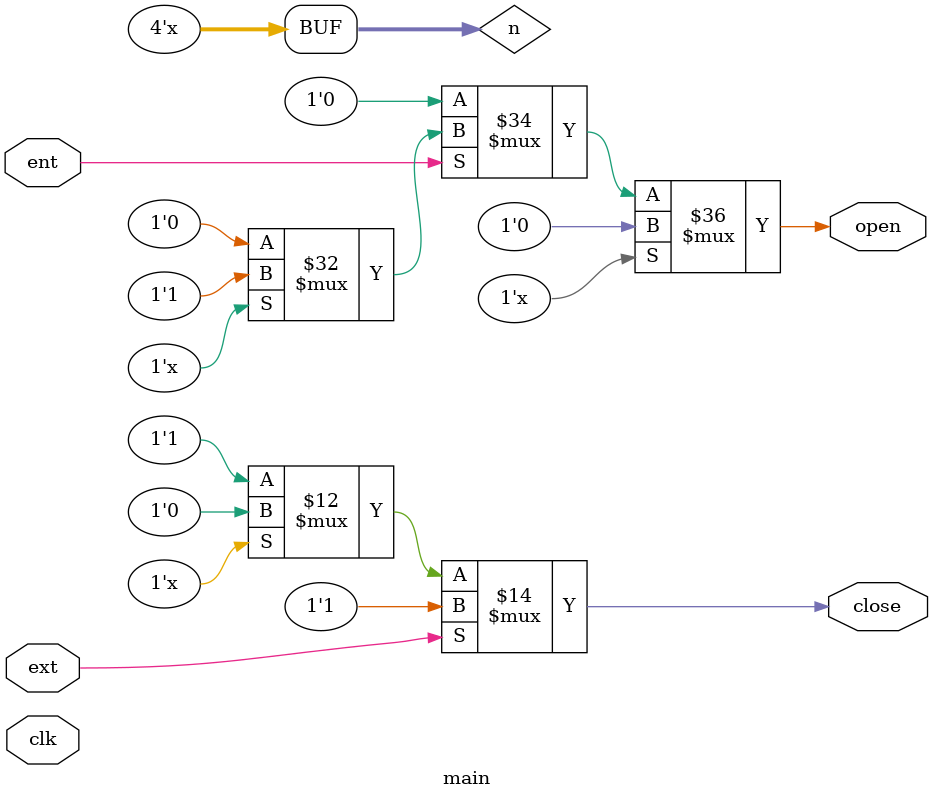
<source format=v>
module main(

	input ent,ext,clk,
	//clr,
	output reg open,close
	
    );
	 
	 //reg in,out;
	 reg [3:0] n;
	 reg [1:0] t;

initial begin

	n = 4'b0;
	t = 2'b0;
	
end

always @( clk)begin

	open <= 0;
	//in <= 0;
	//out <=0;
	n<=n;	
	 
	 if (ent) begin
		if (n < 10) begin
			//if (t < 4) begin
			    n <= n+1;
				 t <= t+1;
//				 in< = 1;
				open <= 1;
		//	end	
		end
	end

	 if (n == 0) begin
		close <= 0;
	 end 
	
	 else begin
		close <= 1;
	 end
	 
	 if(ext) begin 
	  	close <= 1;
		if(n!=0)begin
			n <= n-1;
		end
		//out <= 1;
	 end
	 
	 if(t==1) begin
		t<=2;
	 end
	 
	 if (t == 3) begin
	 
		//in <=1;
		open <= 0;
		t <= 2'b0;
	end
	 
	// if(in)begin
		// u<=1;
	// end
	 
	// if(out)begin
		// u<=0;
	// end
	 
	// enable <= (in & out) ;

end

	

endmodule

</source>
